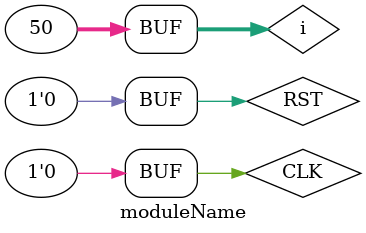
<source format=v>
module moduleName ();

reg CLK;
wire [31:0] OUT;
reg RST;
integer i;
SingleCpu SingleCpu1 (.CLK(CLK), .RST(RST), .OUT(OUT));

initial begin
    RST = 1;
    CLK = 0;
    #50;
    CLK = 1;
    #50
    RST = 0;
    CLK = 0;
    #50
    for(i=0; i<50; i=i+1) begin
        CLK = 1;
        #50
        CLK = 0;
        #50;
    end


end


// always begin
//     #6 CLK=0;
//     #4 CLK=1;
// end

    
endmodule
</source>
